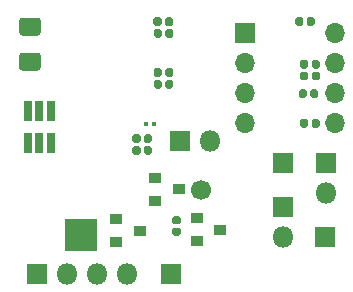
<source format=gbr>
%TF.GenerationSoftware,KiCad,Pcbnew,(5.1.6)-1*%
%TF.CreationDate,2020-10-15T17:46:37+08:00*%
%TF.ProjectId,Music_Player,4d757369-635f-4506-9c61-7965722e6b69,rev?*%
%TF.SameCoordinates,Original*%
%TF.FileFunction,Soldermask,Bot*%
%TF.FilePolarity,Negative*%
%FSLAX46Y46*%
G04 Gerber Fmt 4.6, Leading zero omitted, Abs format (unit mm)*
G04 Created by KiCad (PCBNEW (5.1.6)-1) date 2020-10-15 17:46:37*
%MOMM*%
%LPD*%
G01*
G04 APERTURE LIST*
%ADD10C,0.420000*%
%ADD11R,0.750000X1.660000*%
%ADD12O,1.700000X1.700000*%
%ADD13R,1.700000X1.700000*%
%ADD14R,1.000000X0.900000*%
%ADD15R,1.800000X1.800000*%
%ADD16O,1.800000X1.800000*%
%ADD17C,1.700000*%
%ADD18R,2.800000X2.800000*%
G04 APERTURE END LIST*
D10*
%TO.C,Y1*%
X21700000Y-19300000D03*
X21000000Y-19300000D03*
%TD*%
D11*
%TO.C,U6*%
X12000000Y-20850000D03*
X11050000Y-20850000D03*
X12950000Y-20850000D03*
X12950000Y-18150000D03*
X12000000Y-18150000D03*
X11050000Y-18150000D03*
%TD*%
D12*
%TO.C,U2*%
X37020000Y-11600000D03*
X29400000Y-19220000D03*
X37020000Y-14140000D03*
X29400000Y-16680000D03*
X37020000Y-16680000D03*
X29400000Y-14140000D03*
X37020000Y-19220000D03*
D13*
X29400000Y-11600000D03*
%TD*%
D14*
%TO.C,U1*%
X20500000Y-28300000D03*
X18500000Y-27350000D03*
X18500000Y-29250000D03*
%TD*%
%TO.C,R4*%
G36*
G01*
X35055000Y-15397500D02*
X35055000Y-15002500D01*
G75*
G02*
X35227500Y-14830000I172500J0D01*
G01*
X35572500Y-14830000D01*
G75*
G02*
X35745000Y-15002500I0J-172500D01*
G01*
X35745000Y-15397500D01*
G75*
G02*
X35572500Y-15570000I-172500J0D01*
G01*
X35227500Y-15570000D01*
G75*
G02*
X35055000Y-15397500I0J172500D01*
G01*
G37*
G36*
G01*
X34085000Y-15397500D02*
X34085000Y-15002500D01*
G75*
G02*
X34257500Y-14830000I172500J0D01*
G01*
X34602500Y-14830000D01*
G75*
G02*
X34775000Y-15002500I0J-172500D01*
G01*
X34775000Y-15397500D01*
G75*
G02*
X34602500Y-15570000I-172500J0D01*
G01*
X34257500Y-15570000D01*
G75*
G02*
X34085000Y-15397500I0J172500D01*
G01*
G37*
%TD*%
%TO.C,R3*%
G36*
G01*
X34760000Y-14002500D02*
X34760000Y-14397500D01*
G75*
G02*
X34587500Y-14570000I-172500J0D01*
G01*
X34242500Y-14570000D01*
G75*
G02*
X34070000Y-14397500I0J172500D01*
G01*
X34070000Y-14002500D01*
G75*
G02*
X34242500Y-13830000I172500J0D01*
G01*
X34587500Y-13830000D01*
G75*
G02*
X34760000Y-14002500I0J-172500D01*
G01*
G37*
G36*
G01*
X35730000Y-14002500D02*
X35730000Y-14397500D01*
G75*
G02*
X35557500Y-14570000I-172500J0D01*
G01*
X35212500Y-14570000D01*
G75*
G02*
X35040000Y-14397500I0J172500D01*
G01*
X35040000Y-14002500D01*
G75*
G02*
X35212500Y-13830000I172500J0D01*
G01*
X35557500Y-13830000D01*
G75*
G02*
X35730000Y-14002500I0J-172500D01*
G01*
G37*
%TD*%
%TO.C,R2*%
G36*
G01*
X35040000Y-19397500D02*
X35040000Y-19002500D01*
G75*
G02*
X35212500Y-18830000I172500J0D01*
G01*
X35557500Y-18830000D01*
G75*
G02*
X35730000Y-19002500I0J-172500D01*
G01*
X35730000Y-19397500D01*
G75*
G02*
X35557500Y-19570000I-172500J0D01*
G01*
X35212500Y-19570000D01*
G75*
G02*
X35040000Y-19397500I0J172500D01*
G01*
G37*
G36*
G01*
X34070000Y-19397500D02*
X34070000Y-19002500D01*
G75*
G02*
X34242500Y-18830000I172500J0D01*
G01*
X34587500Y-18830000D01*
G75*
G02*
X34760000Y-19002500I0J-172500D01*
G01*
X34760000Y-19397500D01*
G75*
G02*
X34587500Y-19570000I-172500J0D01*
G01*
X34242500Y-19570000D01*
G75*
G02*
X34070000Y-19397500I0J172500D01*
G01*
G37*
%TD*%
%TO.C,R1*%
G36*
G01*
X34925000Y-16897500D02*
X34925000Y-16502500D01*
G75*
G02*
X35097500Y-16330000I172500J0D01*
G01*
X35442500Y-16330000D01*
G75*
G02*
X35615000Y-16502500I0J-172500D01*
G01*
X35615000Y-16897500D01*
G75*
G02*
X35442500Y-17070000I-172500J0D01*
G01*
X35097500Y-17070000D01*
G75*
G02*
X34925000Y-16897500I0J172500D01*
G01*
G37*
G36*
G01*
X33955000Y-16897500D02*
X33955000Y-16502500D01*
G75*
G02*
X34127500Y-16330000I172500J0D01*
G01*
X34472500Y-16330000D01*
G75*
G02*
X34645000Y-16502500I0J-172500D01*
G01*
X34645000Y-16897500D01*
G75*
G02*
X34472500Y-17070000I-172500J0D01*
G01*
X34127500Y-17070000D01*
G75*
G02*
X33955000Y-16897500I0J172500D01*
G01*
G37*
%TD*%
%TO.C,Q2*%
X23800000Y-24800000D03*
X21800000Y-23850000D03*
X21800000Y-25750000D03*
%TD*%
%TO.C,Q1*%
X27300000Y-28200000D03*
X25300000Y-27250000D03*
X25300000Y-29150000D03*
%TD*%
D15*
%TO.C,J7*%
X32600000Y-22600000D03*
%TD*%
%TO.C,J6*%
X36200000Y-28800000D03*
%TD*%
%TO.C,J5*%
X23100000Y-32000000D03*
%TD*%
D16*
%TO.C,J4*%
X19420000Y-32000000D03*
X16880000Y-32000000D03*
X14340000Y-32000000D03*
D15*
X11800000Y-32000000D03*
%TD*%
D16*
%TO.C,J3*%
X36300000Y-25140000D03*
D15*
X36300000Y-22600000D03*
%TD*%
D16*
%TO.C,J2*%
X32600000Y-28840000D03*
D15*
X32600000Y-26300000D03*
%TD*%
D16*
%TO.C,J1*%
X26440000Y-20700000D03*
D15*
X23900000Y-20700000D03*
%TD*%
%TO.C,D8*%
G36*
G01*
X20840000Y-21697500D02*
X20840000Y-21302500D01*
G75*
G02*
X21012500Y-21130000I172500J0D01*
G01*
X21357500Y-21130000D01*
G75*
G02*
X21530000Y-21302500I0J-172500D01*
G01*
X21530000Y-21697500D01*
G75*
G02*
X21357500Y-21870000I-172500J0D01*
G01*
X21012500Y-21870000D01*
G75*
G02*
X20840000Y-21697500I0J172500D01*
G01*
G37*
G36*
G01*
X19870000Y-21697500D02*
X19870000Y-21302500D01*
G75*
G02*
X20042500Y-21130000I172500J0D01*
G01*
X20387500Y-21130000D01*
G75*
G02*
X20560000Y-21302500I0J-172500D01*
G01*
X20560000Y-21697500D01*
G75*
G02*
X20387500Y-21870000I-172500J0D01*
G01*
X20042500Y-21870000D01*
G75*
G02*
X19870000Y-21697500I0J172500D01*
G01*
G37*
%TD*%
%TO.C,D7*%
G36*
G01*
X20560000Y-20302500D02*
X20560000Y-20697500D01*
G75*
G02*
X20387500Y-20870000I-172500J0D01*
G01*
X20042500Y-20870000D01*
G75*
G02*
X19870000Y-20697500I0J172500D01*
G01*
X19870000Y-20302500D01*
G75*
G02*
X20042500Y-20130000I172500J0D01*
G01*
X20387500Y-20130000D01*
G75*
G02*
X20560000Y-20302500I0J-172500D01*
G01*
G37*
G36*
G01*
X21530000Y-20302500D02*
X21530000Y-20697500D01*
G75*
G02*
X21357500Y-20870000I-172500J0D01*
G01*
X21012500Y-20870000D01*
G75*
G02*
X20840000Y-20697500I0J172500D01*
G01*
X20840000Y-20302500D01*
G75*
G02*
X21012500Y-20130000I172500J0D01*
G01*
X21357500Y-20130000D01*
G75*
G02*
X21530000Y-20302500I0J-172500D01*
G01*
G37*
%TD*%
%TO.C,D1*%
G36*
G01*
X34625000Y-10797500D02*
X34625000Y-10402500D01*
G75*
G02*
X34797500Y-10230000I172500J0D01*
G01*
X35142500Y-10230000D01*
G75*
G02*
X35315000Y-10402500I0J-172500D01*
G01*
X35315000Y-10797500D01*
G75*
G02*
X35142500Y-10970000I-172500J0D01*
G01*
X34797500Y-10970000D01*
G75*
G02*
X34625000Y-10797500I0J172500D01*
G01*
G37*
G36*
G01*
X33655000Y-10797500D02*
X33655000Y-10402500D01*
G75*
G02*
X33827500Y-10230000I172500J0D01*
G01*
X34172500Y-10230000D01*
G75*
G02*
X34345000Y-10402500I0J-172500D01*
G01*
X34345000Y-10797500D01*
G75*
G02*
X34172500Y-10970000I-172500J0D01*
G01*
X33827500Y-10970000D01*
G75*
G02*
X33655000Y-10797500I0J172500D01*
G01*
G37*
%TD*%
%TO.C,C11*%
G36*
G01*
X11857456Y-11775000D02*
X10542544Y-11775000D01*
G75*
G02*
X10275000Y-11507456I0J267544D01*
G01*
X10275000Y-10517544D01*
G75*
G02*
X10542544Y-10250000I267544J0D01*
G01*
X11857456Y-10250000D01*
G75*
G02*
X12125000Y-10517544I0J-267544D01*
G01*
X12125000Y-11507456D01*
G75*
G02*
X11857456Y-11775000I-267544J0D01*
G01*
G37*
G36*
G01*
X11857456Y-14750000D02*
X10542544Y-14750000D01*
G75*
G02*
X10275000Y-14482456I0J267544D01*
G01*
X10275000Y-13492544D01*
G75*
G02*
X10542544Y-13225000I267544J0D01*
G01*
X11857456Y-13225000D01*
G75*
G02*
X12125000Y-13492544I0J-267544D01*
G01*
X12125000Y-14482456D01*
G75*
G02*
X11857456Y-14750000I-267544J0D01*
G01*
G37*
%TD*%
%TO.C,C10*%
G36*
G01*
X22655000Y-11797500D02*
X22655000Y-11402500D01*
G75*
G02*
X22827500Y-11230000I172500J0D01*
G01*
X23172500Y-11230000D01*
G75*
G02*
X23345000Y-11402500I0J-172500D01*
G01*
X23345000Y-11797500D01*
G75*
G02*
X23172500Y-11970000I-172500J0D01*
G01*
X22827500Y-11970000D01*
G75*
G02*
X22655000Y-11797500I0J172500D01*
G01*
G37*
G36*
G01*
X21685000Y-11797500D02*
X21685000Y-11402500D01*
G75*
G02*
X21857500Y-11230000I172500J0D01*
G01*
X22202500Y-11230000D01*
G75*
G02*
X22375000Y-11402500I0J-172500D01*
G01*
X22375000Y-11797500D01*
G75*
G02*
X22202500Y-11970000I-172500J0D01*
G01*
X21857500Y-11970000D01*
G75*
G02*
X21685000Y-11797500I0J172500D01*
G01*
G37*
%TD*%
%TO.C,C9*%
G36*
G01*
X22625000Y-10797500D02*
X22625000Y-10402500D01*
G75*
G02*
X22797500Y-10230000I172500J0D01*
G01*
X23142500Y-10230000D01*
G75*
G02*
X23315000Y-10402500I0J-172500D01*
G01*
X23315000Y-10797500D01*
G75*
G02*
X23142500Y-10970000I-172500J0D01*
G01*
X22797500Y-10970000D01*
G75*
G02*
X22625000Y-10797500I0J172500D01*
G01*
G37*
G36*
G01*
X21655000Y-10797500D02*
X21655000Y-10402500D01*
G75*
G02*
X21827500Y-10230000I172500J0D01*
G01*
X22172500Y-10230000D01*
G75*
G02*
X22345000Y-10402500I0J-172500D01*
G01*
X22345000Y-10797500D01*
G75*
G02*
X22172500Y-10970000I-172500J0D01*
G01*
X21827500Y-10970000D01*
G75*
G02*
X21655000Y-10797500I0J172500D01*
G01*
G37*
%TD*%
%TO.C,C6*%
G36*
G01*
X22640000Y-16097500D02*
X22640000Y-15702500D01*
G75*
G02*
X22812500Y-15530000I172500J0D01*
G01*
X23157500Y-15530000D01*
G75*
G02*
X23330000Y-15702500I0J-172500D01*
G01*
X23330000Y-16097500D01*
G75*
G02*
X23157500Y-16270000I-172500J0D01*
G01*
X22812500Y-16270000D01*
G75*
G02*
X22640000Y-16097500I0J172500D01*
G01*
G37*
G36*
G01*
X21670000Y-16097500D02*
X21670000Y-15702500D01*
G75*
G02*
X21842500Y-15530000I172500J0D01*
G01*
X22187500Y-15530000D01*
G75*
G02*
X22360000Y-15702500I0J-172500D01*
G01*
X22360000Y-16097500D01*
G75*
G02*
X22187500Y-16270000I-172500J0D01*
G01*
X21842500Y-16270000D01*
G75*
G02*
X21670000Y-16097500I0J172500D01*
G01*
G37*
%TD*%
%TO.C,C5*%
G36*
G01*
X22640000Y-15097500D02*
X22640000Y-14702500D01*
G75*
G02*
X22812500Y-14530000I172500J0D01*
G01*
X23157500Y-14530000D01*
G75*
G02*
X23330000Y-14702500I0J-172500D01*
G01*
X23330000Y-15097500D01*
G75*
G02*
X23157500Y-15270000I-172500J0D01*
G01*
X22812500Y-15270000D01*
G75*
G02*
X22640000Y-15097500I0J172500D01*
G01*
G37*
G36*
G01*
X21670000Y-15097500D02*
X21670000Y-14702500D01*
G75*
G02*
X21842500Y-14530000I172500J0D01*
G01*
X22187500Y-14530000D01*
G75*
G02*
X22360000Y-14702500I0J-172500D01*
G01*
X22360000Y-15097500D01*
G75*
G02*
X22187500Y-15270000I-172500J0D01*
G01*
X21842500Y-15270000D01*
G75*
G02*
X21670000Y-15097500I0J172500D01*
G01*
G37*
%TD*%
%TO.C,C1*%
G36*
G01*
X23797500Y-27760000D02*
X23402500Y-27760000D01*
G75*
G02*
X23230000Y-27587500I0J172500D01*
G01*
X23230000Y-27242500D01*
G75*
G02*
X23402500Y-27070000I172500J0D01*
G01*
X23797500Y-27070000D01*
G75*
G02*
X23970000Y-27242500I0J-172500D01*
G01*
X23970000Y-27587500D01*
G75*
G02*
X23797500Y-27760000I-172500J0D01*
G01*
G37*
G36*
G01*
X23797500Y-28730000D02*
X23402500Y-28730000D01*
G75*
G02*
X23230000Y-28557500I0J172500D01*
G01*
X23230000Y-28212500D01*
G75*
G02*
X23402500Y-28040000I172500J0D01*
G01*
X23797500Y-28040000D01*
G75*
G02*
X23970000Y-28212500I0J-172500D01*
G01*
X23970000Y-28557500D01*
G75*
G02*
X23797500Y-28730000I-172500J0D01*
G01*
G37*
%TD*%
D17*
%TO.C,BT1*%
X25670000Y-24850000D03*
D18*
X15500000Y-28700000D03*
%TD*%
M02*

</source>
